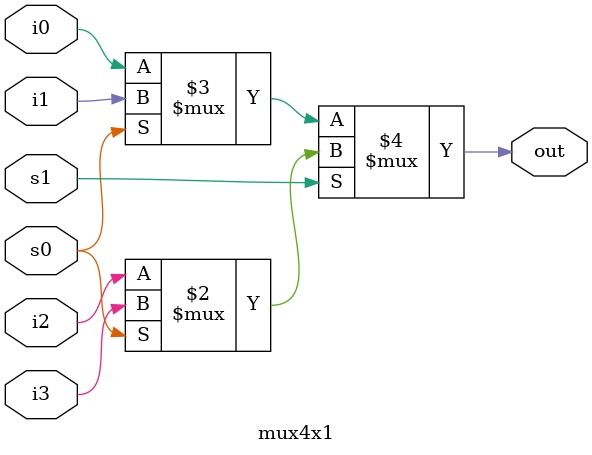
<source format=v>
`timescale 1ns / 1ps


module fulladderusing4x1mux(input a,b,c,output sum,carry  );

mux4x1  s1(c,~c,~c,c,a,b,sum);
mux4x1  c1(0,c,c,1,a,b,carry);
endmodule

module mux4x1(input i0,i1,i2,i3,s1,s0,output reg out);
always@*
begin
out=s1?(s0?i3:i2):(s0?i1:i0);
end
endmodule
</source>
